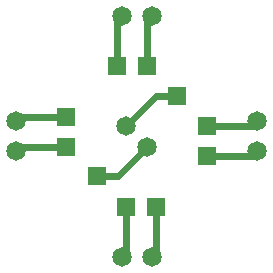
<source format=gtl>
G04 Layer: TopLayer*
G04 EasyEDA v6.5.22, 2024-04-16 17:29:42*
G04 Gerber Generator version 0.2*
G04 Scale: 100 percent, Rotated: No, Reflected: No *
G04 Dimensions in millimeters *
G04 leading zeros omitted , absolute positions ,4 integer and 5 decimal *
%FSLAX45Y45*%
%MOMM*%

%ADD10C,0.6000*%
%ADD11R,1.5748X1.5748*%
%ADD12C,1.6510*%

%LPD*%
D10*
X127000Y-1019997D02*
G01*
X165100Y-981897D01*
X165100Y-596900D01*
X-127000Y-1019997D02*
G01*
X-88900Y-981897D01*
X-88900Y-596900D01*
X127000Y1019997D02*
G01*
X88900Y981897D01*
X88900Y596902D01*
X-127000Y1019997D02*
G01*
X-165100Y981897D01*
X-165100Y596902D01*
X-340004Y-339999D02*
G01*
X-160370Y-339999D01*
X89814Y-89814D01*
X-1019997Y-127000D02*
G01*
X-981897Y-88900D01*
X-596900Y-88900D01*
X-1019997Y127000D02*
G01*
X-981897Y165100D01*
X-596900Y165100D01*
X1019997Y-127000D02*
G01*
X981897Y-165100D01*
X596900Y-165100D01*
X1019997Y127000D02*
G01*
X981897Y88900D01*
X596900Y88900D01*
X-89788Y89788D02*
G01*
X160421Y339999D01*
X339999Y339999D01*
D11*
G01*
X-340004Y-339999D03*
G01*
X339999Y339999D03*
G01*
X596900Y88900D03*
G01*
X596900Y-165100D03*
G01*
X165100Y-596900D03*
G01*
X-88900Y-596900D03*
G01*
X88900Y596902D03*
G01*
X-165100Y596902D03*
G01*
X-596900Y165100D03*
G01*
X-596900Y-88900D03*
D12*
G01*
X-1019997Y127000D03*
G01*
X-1019997Y-127000D03*
G01*
X-127000Y1019997D03*
G01*
X127000Y1019997D03*
G01*
X-89788Y89788D03*
G01*
X89814Y-89814D03*
G01*
X127000Y-1019997D03*
G01*
X-127000Y-1019997D03*
G01*
X1019997Y127000D03*
G01*
X1019997Y-127000D03*
M02*

</source>
